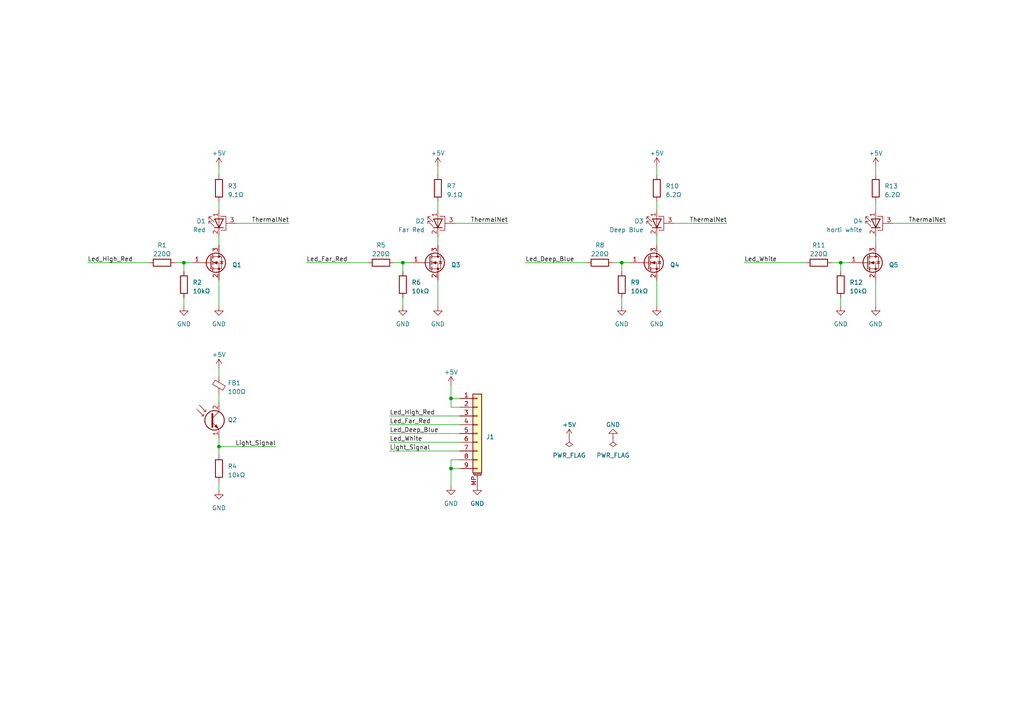
<source format=kicad_sch>
(kicad_sch (version 20230121) (generator eeschema)
  (paper "A4")
  (lib_symbols
    (symbol "1225(reversed)_9.1Ω_1" (pin_numbers hide) (pin_names (offset 0) hide)
      (property "Reference" "R" (at 1.905 1.27 0))
      (property "Value" "9.1Ω" (at 1.905 -0.635 0))
      (symbol "1225(reversed)_9.1Ω_1_0_1"
        (rectangle (start -1.016 -2.54) (end 1.016 2.54) (stroke (width 0.254)))
      )
      (symbol "1225(reversed)_9.1Ω_1_1_1"
        (pin passive line (at 0 3.81 270) (length 1.27) (name "~") (number "1"))
        (pin passive line (at 0 -3.81 90) (length 1.27) (name "~") (number "2"))
      )
    )
    (symbol "TrucPourPlantes:0402_10kΩ" (pin_numbers hide) (pin_names (offset 0) hide)
      (property "Reference" "R" (at 1.905 1.27 0))
      (property "Value" "10kΩ" (at 1.905 -0.635 0))
      (symbol "0402_10kΩ_0_1"
        (rectangle (start -1.016 -2.54) (end 1.016 2.54) (stroke (width 0.254)))
      )
      (symbol "0402_10kΩ_1_1"
        (pin passive line (at 0 3.81 270) (length 1.27) (name "~") (number "1"))
        (pin passive line (at 0 -3.81 90) (length 1.27) (name "~") (number "2"))
      )
    )
    (symbol "TrucPourPlantes:0402_220Ω" (pin_numbers hide) (pin_names (offset 0) hide)
      (property "Reference" "R" (at 1.905 1.27 0))
      (property "Value" "220Ω" (at 1.905 -0.635 0))
      (symbol "0402_220Ω_0_1"
        (rectangle (start -1.016 -2.54) (end 1.016 2.54) (stroke (width 0.254)))
      )
      (symbol "0402_220Ω_1_1"
        (pin passive line (at 0 3.81 270) (length 1.27) (name "~") (number "1"))
        (pin passive line (at 0 -3.81 90) (length 1.27) (name "~") (number "2"))
      )
    )
    (symbol "TrucPourPlantes:1225(reversed)_6.2Ω" (pin_numbers hide) (pin_names (offset 0) hide)
      (property "Reference" "R" (at 1.905 1.27 0))
      (property "Value" "6.2Ω" (at 1.905 -0.635 0))
      (symbol "1225(reversed)_6.2Ω_0_1"
        (rectangle (start -1.016 -2.54) (end 1.016 2.54) (stroke (width 0.254)))
      )
      (symbol "1225(reversed)_6.2Ω_1_1"
        (pin passive line (at 0 3.81 270) (length 1.27) (name "~") (number "1"))
        (pin passive line (at 0 -3.81 90) (length 1.27) (name "~") (number "2"))
      )
    )
    (symbol "TrucPourPlantes:1225(reversed)_9.1Ω" (pin_numbers hide) (pin_names (offset 0) hide)
      (property "Reference" "R" (at 1.905 1.27 0))
      (property "Value" "9.1Ω" (at 1.905 -0.635 0))
      (symbol "1225(reversed)_9.1Ω_0_1"
        (rectangle (start -1.016 -2.54) (end 1.016 2.54) (stroke (width 0.254)))
      )
      (symbol "1225(reversed)_9.1Ω_1_1"
        (pin passive line (at 0 3.81 270) (length 1.27) (name "~") (number "1"))
        (pin passive line (at 0 -3.81 90) (length 1.27) (name "~") (number "2"))
      )
    )
    (symbol "TrucPourPlantes:620109131822" (pin_names (offset 1.016) hide)
      (property "Reference" "J" (at 0 12.7 0))
      (symbol "620109131822_1_1"
        (rectangle (start -1.27 -10.033) (end 0 -10.287) (stroke (width 0.1524)))
        (rectangle (start -1.27 -7.493) (end 0 -7.747) (stroke (width 0.1524)))
        (rectangle (start -1.27 -4.953) (end 0 -5.207) (stroke (width 0.1524)))
        (rectangle (start -1.27 -2.413) (end 0 -2.667) (stroke (width 0.1524)))
        (rectangle (start -1.27 0.127) (end 0 -0.127) (stroke (width 0.1524)))
        (rectangle (start -1.27 2.667) (end 0 2.413) (stroke (width 0.1524)))
        (rectangle (start -1.27 5.207) (end 0 4.953) (stroke (width 0.1524)))
        (rectangle (start -1.27 7.747) (end 0 7.493) (stroke (width 0.1524)))
        (rectangle (start -1.27 10.287) (end 0 10.033) (stroke (width 0.1524)))
        (rectangle (start -1.27 11.43) (end 1.27 -11.43) (stroke (width 0.254)) (fill (type background)))
        (polyline (pts (xy -1.016 -12.192) (xy 1.016 -12.192)) (stroke (width 0.1524)))
        (text "Mounting" (at 0 -11.811 0) (effects (font (size 0.381 0.381))))
        (pin passive line (at -5.08 10.16 0) (length 3.81) (name "Pin_1") (number "1"))
        (pin passive line (at -5.08 7.62 0) (length 3.81) (name "Pin_2") (number "2"))
        (pin passive line (at -5.08 5.08 0) (length 3.81) (name "Pin_3") (number "3"))
        (pin passive line (at -5.08 2.54 0) (length 3.81) (name "Pin_4") (number "4"))
        (pin passive line (at -5.08 0 0) (length 3.81) (name "Pin_5") (number "5"))
        (pin passive line (at -5.08 -2.54 0) (length 3.81) (name "Pin_6") (number "6"))
        (pin passive line (at -5.08 -5.08 0) (length 3.81) (name "Pin_7") (number "7"))
        (pin passive line (at -5.08 -7.62 0) (length 3.81) (name "Pin_8") (number "8"))
        (pin passive line (at -5.08 -10.16 0) (length 3.81) (name "Pin_9") (number "9"))
        (pin passive line (at 0 -15.24 90) (length 3.048) (name "MountPin") (number "MP"))
      )
    )
    (symbol "TrucPourPlantes:BLM18KN101EH1D" (pin_numbers hide) (pin_names (offset 0))
      (property "Reference" "FB" (at 2.54 0.635 0))
      (property "Value" "100Ω" (at 2.54 -1.27 0))
      (symbol "BLM18KN101EH1D_0_1"
        (polyline (pts (xy 0 -1.27) (xy 0 -0.7874)))
        (polyline (pts (xy 0 0.889) (xy 0 1.2954)))
        (polyline (pts (xy -1.8288 0.2794) (xy -1.1176 1.4986) (xy 1.8288 -0.2032) (xy 1.1176 -1.4224) (xy -1.8288 0.2794)))
      )
      (symbol "BLM18KN101EH1D_1_1"
        (pin passive line (at 0 2.54 270) (length 1.27) (name "~") (number "1"))
        (pin passive line (at 0 -2.54 90) (length 1.27) (name "~") (number "2"))
      )
    )
    (symbol "TrucPourPlantes:DMG1012UW-7" (pin_names hide)
      (property "Reference" "Q" (at 5.08 1.905 0))
      (symbol "DMG1012UW-7_0_1"
        (polyline (pts (xy 0.254 0) (xy -2.54 0)))
        (polyline (pts (xy 0.254 1.905) (xy 0.254 -1.905)) (stroke (width 0.254)))
        (polyline (pts (xy 0.762 -1.27) (xy 0.762 -2.286)) (stroke (width 0.254)))
        (polyline (pts (xy 0.762 0.508) (xy 0.762 -0.508)) (stroke (width 0.254)))
        (polyline (pts (xy 0.762 2.286) (xy 0.762 1.27)) (stroke (width 0.254)))
        (polyline (pts (xy 2.54 2.54) (xy 2.54 1.778)))
        (polyline (pts (xy 2.54 -2.54) (xy 2.54 0) (xy 0.762 0)))
        (polyline (pts (xy 0.762 -1.778) (xy 3.302 -1.778) (xy 3.302 1.778) (xy 0.762 1.778)))
        (polyline (pts (xy 1.016 0) (xy 2.032 0.381) (xy 2.032 -0.381) (xy 1.016 0)) (fill (type outline)))
        (polyline (pts (xy 2.794 0.508) (xy 2.921 0.381) (xy 3.683 0.381) (xy 3.81 0.254)))
        (polyline (pts (xy 3.302 0.381) (xy 2.921 -0.254) (xy 3.683 -0.254) (xy 3.302 0.381)))
        (circle (center 1.651 0) (radius 2.794) (stroke (width 0.254)))
        (circle (center 2.54 -1.778) (radius 0.254) (fill (type outline)))
        (circle (center 2.54 1.778) (radius 0.254) (fill (type outline)))
      )
      (symbol "DMG1012UW-7_1_1"
        (pin input line (at -5.08 0 0) (length 2.54) (name "G") (number "1"))
        (pin passive line (at 2.54 -5.08 90) (length 2.54) (name "S") (number "2"))
        (pin passive line (at 2.54 5.08 270) (length 2.54) (name "D") (number "3"))
      )
    )
    (symbol "TrucPourPlantes:GD_CSSRML.14-U9V2-24-1" (pin_names (offset 0.002) hide)
      (property "Reference" "D" (at 0 6.985 0))
      (property "Value" "Deep Blue" (at 0 5.08 0))
      (symbol "GD_CSSRML.14-U9V2-24-1_0_1"
        (polyline (pts (xy -1.27 -1.27) (xy -1.27 1.27)) (stroke (width 0.254)))
        (polyline (pts (xy -1.27 0) (xy 1.27 0)))
        (polyline (pts (xy 0 -2.54) (xy 0 -2.032)))
        (polyline (pts (xy -2.032 -0.508) (xy -2.032 -2.032) (xy 2.032 -2.032) (xy 2.032 -0.508)))
        (polyline (pts (xy 1.27 -1.27) (xy 1.27 1.27) (xy -1.27 0) (xy 1.27 -1.27)) (stroke (width 0.254)))
        (polyline (pts (xy -0.889 1.397) (xy 0.635 2.921) (xy -0.127 2.921) (xy 0.635 2.921) (xy 0.635 2.159)))
        (polyline (pts (xy 0.381 1.397) (xy 1.905 2.921) (xy 1.143 2.921) (xy 1.905 2.921) (xy 1.905 2.159)))
      )
      (symbol "GD_CSSRML.14-U9V2-24-1_1_1"
        (pin passive line (at 3.81 0 180) (length 2.54) (name "A") (number "1"))
        (pin passive line (at -3.81 0 0) (length 2.54) (name "K") (number "2"))
        (pin passive line (at 0 -5.08 90) (length 2.54) (name "PAD") (number "3"))
      )
    )
    (symbol "TrucPourPlantes:GF_CSSRML.24" (pin_names (offset 0.002) hide)
      (property "Reference" "D" (at 0 6.985 0))
      (property "Value" "Far Red" (at 0 5.08 0))
      (symbol "GF_CSSRML.24_0_1"
        (polyline (pts (xy -1.27 -1.27) (xy -1.27 1.27)) (stroke (width 0.254)))
        (polyline (pts (xy -1.27 0) (xy 1.27 0)))
        (polyline (pts (xy 0 -2.54) (xy 0 -2.032)))
        (polyline (pts (xy -2.032 -0.508) (xy -2.032 -2.032) (xy 2.032 -2.032) (xy 2.032 -0.508)))
        (polyline (pts (xy 1.27 -1.27) (xy 1.27 1.27) (xy -1.27 0) (xy 1.27 -1.27)) (stroke (width 0.254)))
        (polyline (pts (xy -0.889 1.397) (xy 0.635 2.921) (xy -0.127 2.921) (xy 0.635 2.921) (xy 0.635 2.159)))
        (polyline (pts (xy 0.381 1.397) (xy 1.905 2.921) (xy 1.143 2.921) (xy 1.905 2.921) (xy 1.905 2.159)))
      )
      (symbol "GF_CSSRML.24_1_1"
        (pin passive line (at 3.81 0 180) (length 2.54) (name "A") (number "1"))
        (pin passive line (at -3.81 0 0) (length 2.54) (name "K") (number "2"))
        (pin passive line (at 0 -5.08 90) (length 2.54) (name "PAD") (number "3"))
      )
    )
    (symbol "TrucPourPlantes:GH_CSSRML.24" (pin_names (offset 0.002) hide)
      (property "Reference" "D" (at 0 6.985 0))
      (property "Value" "Red" (at 0 5.08 0))
      (symbol "GH_CSSRML.24_0_1"
        (polyline (pts (xy -1.27 -1.27) (xy -1.27 1.27)) (stroke (width 0.254)))
        (polyline (pts (xy -1.27 0) (xy 1.27 0)))
        (polyline (pts (xy 0 -2.54) (xy 0 -2.032)))
        (polyline (pts (xy -2.032 -0.508) (xy -2.032 -2.032) (xy 2.032 -2.032) (xy 2.032 -0.508)))
        (polyline (pts (xy 1.27 -1.27) (xy 1.27 1.27) (xy -1.27 0) (xy 1.27 -1.27)) (stroke (width 0.254)))
        (polyline (pts (xy -0.889 1.397) (xy 0.635 2.921) (xy -0.127 2.921) (xy 0.635 2.921) (xy 0.635 2.159)))
        (polyline (pts (xy 0.381 1.397) (xy 1.905 2.921) (xy 1.143 2.921) (xy 1.905 2.921) (xy 1.905 2.159)))
      )
      (symbol "GH_CSSRML.24_1_1"
        (pin passive line (at 3.81 0 180) (length 2.54) (name "A") (number "1"))
        (pin passive line (at -3.81 0 0) (length 2.54) (name "K") (number "2"))
        (pin passive line (at 0 -5.08 90) (length 2.54) (name "PAD") (number "3"))
      )
    )
    (symbol "TrucPourPlantes:GW_CSSRML.HW" (pin_names (offset 0.002) hide)
      (property "Reference" "D" (at 0 6.985 0))
      (property "Value" "horti white" (at 0 5.08 0))
      (symbol "GW_CSSRML.HW_0_1"
        (polyline (pts (xy -1.27 -1.27) (xy -1.27 1.27)) (stroke (width 0.254)))
        (polyline (pts (xy -1.27 0) (xy 1.27 0)))
        (polyline (pts (xy 0 -2.54) (xy 0 -2.032)))
        (polyline (pts (xy -2.032 -0.508) (xy -2.032 -2.032) (xy 2.032 -2.032) (xy 2.032 -0.508)))
        (polyline (pts (xy 1.27 -1.27) (xy 1.27 1.27) (xy -1.27 0) (xy 1.27 -1.27)) (stroke (width 0.254)))
        (polyline (pts (xy -0.889 1.397) (xy 0.635 2.921) (xy -0.127 2.921) (xy 0.635 2.921) (xy 0.635 2.159)))
        (polyline (pts (xy 0.381 1.397) (xy 1.905 2.921) (xy 1.143 2.921) (xy 1.905 2.921) (xy 1.905 2.159)))
      )
      (symbol "GW_CSSRML.HW_1_1"
        (pin passive line (at 3.81 0 180) (length 2.54) (name "A") (number "1"))
        (pin passive line (at -3.81 0 0) (length 2.54) (name "K") (number "2"))
        (pin passive line (at 0 -5.08 90) (length 2.54) (name "PAD") (number "3"))
      )
    )
    (symbol "TrucPourPlantes:TEMT-6000" (pin_names hide)
      (property "Reference" "Q" (at 2.54 1.905 0))
      (symbol "TEMT-6000_0_1"
        (circle (center -1.27 0) (radius 2.8194) (stroke (width 0.254)))
        (polyline (pts (xy -4.445 1.27) (xy -5.08 1.27)))
        (polyline (pts (xy -3.81 2.54) (xy -4.445 2.54)))
        (polyline (pts (xy -1.905 0.635) (xy 0 2.54)))
        (polyline (pts (xy -6.35 3.175) (xy -4.445 1.27) (xy -4.445 1.905)))
        (polyline (pts (xy -5.715 4.445) (xy -3.81 2.54) (xy -3.81 3.175)))
        (polyline (pts (xy -1.905 -0.635) (xy 0 -2.54) (xy 0 -2.54)))
        (polyline (pts (xy -1.905 1.905) (xy -1.905 -1.905) (xy -1.905 -1.905)) (stroke (width 0.508)))
        (polyline (pts (xy -1.27 -1.778) (xy -0.762 -1.27) (xy -0.254 -2.286) (xy -1.27 -1.778) (xy -1.27 -1.778)) (fill (type outline)))
      )
      (symbol "TEMT-6000_1_1"
        (pin passive line (at 0 -5.08 90) (length 2.54) (name "E") (number "1"))
        (pin passive line (at 0 5.08 270) (length 2.54) (name "C") (number "2"))
      )
    )
    (symbol "power:+5V" (power) (pin_names (offset 0))
      (property "Value" "+5V" (at 0 3.556 0))
      (symbol "+5V_0_1"
        (polyline (pts (xy -0.762 1.27) (xy 0 2.54)))
        (polyline (pts (xy 0 0) (xy 0 2.54)))
        (polyline (pts (xy 0 2.54) (xy 0.762 1.27)))
      )
      (symbol "+5V_1_1"
        (pin power_in line (at 0 0 90) (length 0) hide (name "+5V") (number "1"))
      )
    )
    (symbol "power:GND" (power) (pin_names (offset 0))
      (property "Value" "GND" (at 0 -3.81 0))
      (symbol "GND_0_1"
        (polyline (pts (xy 0 0) (xy 0 -1.27) (xy 1.27 -1.27) (xy 0 -2.54) (xy -1.27 -1.27) (xy 0 -1.27)))
      )
      (symbol "GND_1_1"
        (pin power_in line (at 0 0 270) (length 0) hide (name "GND") (number "1"))
      )
    )
    (symbol "power:PWR_FLAG" (power) (pin_numbers hide) (pin_names (offset 0) hide)
      (property "Value" "PWR_FLAG" (at 0 3.81 0))
      (symbol "PWR_FLAG_0_0"
        (pin power_out line (at 0 0 90) (length 0) (name "pwr") (number "1"))
      )
      (symbol "PWR_FLAG_0_1"
        (polyline (pts (xy 0 0) (xy 0 1.27) (xy -1.016 1.905) (xy 0 2.54) (xy 1.016 1.905) (xy 0 1.27)))
      )
    )
  )
  (junction (at 53.34 76.2))
  (junction (at 130.81 135.89))
  (junction (at 180.34 76.2))
  (junction (at 243.84 76.2))
  (junction (at 63.5 129.54))
  (junction (at 130.81 115.57))
  (junction (at 116.84 76.2))
  (wire (pts (xy 53.34 76.2) (xy 53.34 78.74)))
  (wire (pts (xy 243.84 86.36) (xy 243.84 88.9)))
  (wire (pts (xy 63.5 81.28) (xy 63.5 88.9)))
  (wire (pts (xy 243.84 76.2) (xy 246.38 76.2)))
  (wire (pts (xy 63.5 58.42) (xy 63.5 60.96)))
  (wire (pts (xy 259.08 64.77) (xy 274.32 64.77)))
  (wire (pts (xy 254 68.58) (xy 254 71.12)))
  (wire (pts (xy 63.5 139.7) (xy 63.5 142.24)))
  (wire (pts (xy 190.5 68.58) (xy 190.5 71.12)))
  (wire (pts (xy 127 48.26) (xy 127 50.8)))
  (wire (pts (xy 190.5 58.42) (xy 190.5 60.96)))
  (wire (pts (xy 190.5 48.26) (xy 190.5 50.8)))
  (wire (pts (xy 133.35 133.35) (xy 130.81 133.35)))
  (wire (pts (xy 88.9 76.2) (xy 106.68 76.2)))
  (wire (pts (xy 152.4 76.2) (xy 170.18 76.2)))
  (wire (pts (xy 53.34 76.2) (xy 55.88 76.2)))
  (wire (pts (xy 254 48.26) (xy 254 50.8)))
  (wire (pts (xy 180.34 86.36) (xy 180.34 88.9)))
  (wire (pts (xy 63.5 129.54) (xy 63.5 132.08)))
  (wire (pts (xy 130.81 135.89) (xy 133.35 135.89)))
  (wire (pts (xy 130.81 133.35) (xy 130.81 135.89)))
  (wire (pts (xy 190.5 81.28) (xy 190.5 88.9)))
  (wire (pts (xy 25.4 76.2) (xy 43.18 76.2)))
  (wire (pts (xy 113.03 125.73) (xy 133.35 125.73)))
  (wire (pts (xy 63.5 48.26) (xy 63.5 50.8)))
  (wire (pts (xy 68.58 64.77) (xy 83.82 64.77)))
  (wire (pts (xy 180.34 76.2) (xy 180.34 78.74)))
  (wire (pts (xy 195.58 64.77) (xy 210.82 64.77)))
  (wire (pts (xy 113.03 123.19) (xy 133.35 123.19)))
  (wire (pts (xy 130.81 111.76) (xy 130.81 115.57)))
  (wire (pts (xy 63.5 106.68) (xy 63.5 109.22)))
  (wire (pts (xy 254 58.42) (xy 254 60.96)))
  (wire (pts (xy 130.81 115.57) (xy 130.81 118.11)))
  (wire (pts (xy 114.3 76.2) (xy 116.84 76.2)))
  (wire (pts (xy 116.84 86.36) (xy 116.84 88.9)))
  (wire (pts (xy 53.34 86.36) (xy 53.34 88.9)))
  (wire (pts (xy 127 68.58) (xy 127 71.12)))
  (wire (pts (xy 116.84 76.2) (xy 119.38 76.2)))
  (wire (pts (xy 130.81 135.89) (xy 130.81 140.97)))
  (wire (pts (xy 130.81 118.11) (xy 133.35 118.11)))
  (wire (pts (xy 63.5 68.58) (xy 63.5 71.12)))
  (wire (pts (xy 132.08 64.77) (xy 147.32 64.77)))
  (wire (pts (xy 243.84 76.2) (xy 243.84 78.74)))
  (wire (pts (xy 177.8 76.2) (xy 180.34 76.2)))
  (wire (pts (xy 127 58.42) (xy 127 60.96)))
  (wire (pts (xy 130.81 115.57) (xy 133.35 115.57)))
  (wire (pts (xy 116.84 76.2) (xy 116.84 78.74)))
  (wire (pts (xy 63.5 129.54) (xy 80.01 129.54)))
  (wire (pts (xy 254 81.28) (xy 254 88.9)))
  (wire (pts (xy 215.9 76.2) (xy 233.68 76.2)))
  (wire (pts (xy 50.8 76.2) (xy 53.34 76.2)))
  (wire (pts (xy 63.5 114.3) (xy 63.5 116.84)))
  (wire (pts (xy 63.5 127) (xy 63.5 129.54)))
  (wire (pts (xy 113.03 120.65) (xy 133.35 120.65)))
  (wire (pts (xy 127 81.28) (xy 127 88.9)))
  (wire (pts (xy 113.03 128.27) (xy 133.35 128.27)))
  (wire (pts (xy 241.3 76.2) (xy 243.84 76.2)))
  (wire (pts (xy 180.34 76.2) (xy 182.88 76.2)))
  (wire (pts (xy 113.03 130.81) (xy 133.35 130.81)))
  (label "Led_Far_Red" (at 88.9 76.2 0))
  (label "Led_White" (at 215.9 76.2 0))
  (label "Led_High_Red" (at 113.03 120.65 0))
  (label "ThermalNet" (at 210.82 64.77 180))
  (label "ThermalNet" (at 83.82 64.77 180))
  (label "ThermalNet" (at 274.32 64.77 180))
  (label "Led_Deep_Blue" (at 113.03 125.73 0))
  (label "ThermalNet" (at 147.32 64.77 180))
  (label "Led_Far_Red" (at 113.03 123.19 0))
  (label "Led_White" (at 113.03 128.27 0))
  (label "Light_Signal" (at 113.03 130.81 0))
  (label "Light_Signal" (at 80.01 129.54 180))
  (label "Led_Deep_Blue" (at 152.4 76.2 0))
  (label "Led_High_Red" (at 25.4 76.2 0))
  (symbol (lib_id "power:+5V") (at 165.1 127 0) (unit 1)
    (property "Reference" "#PWR012" (effects hide))
    (property "Value" "+5V" (at 165.1 123.19 0))
  )
  (symbol (lib_id "power:GND") (at 53.34 88.9 0) (unit 1)
    (property "Reference" "#PWR01" (effects hide))
    (property "Value" "GND" (at 53.34 93.98 0))
  )
  (symbol (lib_id "TrucPourPlantes:DMG1012UW-7") (at 251.46 76.2 0) (unit 1)
    (property "Reference" "Q5" (at 257.81 76.835 0) (effects (justify left)))
    (property "Footprint" "Package_TO_SOT_SMD:SOT-323_SC-70" (effects hide))
    (property "Mfr." "Diodes Incorporated" (effects hide))
    (property "Mfr. No" "DMG1012UW-7" (effects hide))
  )
  (symbol (lib_id "TrucPourPlantes:0402_10kΩ") (at 63.5 135.89 0) (unit 1)
    (property "Reference" "R4" (at 66.04 135.255 0) (effects (justify left)))
    (property "Value" "10kΩ" (at 66.04 137.795 0) (effects (justify left)))
    (property "Footprint" "Resistor_SMD:R_0402_1005Metric" (effects hide))
    (property "Mfr." "YAGEO" (effects hide))
    (property "Mfr. No" "RC0402FR-0710KL" (effects hide))
  )
  (symbol (lib_id "TrucPourPlantes:GH_CSSRML.24") (at 63.5 64.77 90) (unit 1)
    (property "Reference" "D1" (at 59.69 64.135 90) (effects (justify left)))
    (property "Value" "Red" (at 59.69 66.675 90) (effects (justify left)))
    (property "Footprint" "TrucPourPlantes:LED_Osram_GH_CSSRML.24" (effects hide))
    (property "Mfr." "OSRAM" (effects hide))
    (property "Mfr. No" "GH CSSRML.24" (effects hide))
  )
  (symbol (lib_id "TrucPourPlantes:1225(reversed)_9.1Ω") (at 127 54.61 0) (unit 1)
    (property "Reference" "R7" (at 129.54 53.975 0) (effects (justify left)))
    (property "Value" "9.1Ω" (at 129.54 56.515 0) (effects (justify left)))
    (property "Footprint" "TrucPourPlantes:R_1225(reversed)" (effects hide))
    (property "Mfr." "VISHEY" (effects hide))
    (property "Mfr. No" "RCL12259R10JNEG" (effects hide))
  )
  (symbol (lib_id "power:GND") (at 177.8 127 180) (unit 1)
    (property "Reference" "#PWR013" (effects hide))
    (property "Value" "GND" (at 177.8 123.19 0))
  )
  (symbol (lib_id "power:+5V") (at 127 48.26 0) (unit 1)
    (property "Reference" "#PWR07" (effects hide))
    (property "Value" "+5V" (at 127 44.45 0))
  )
  (symbol (lib_id "power:+5V") (at 130.81 111.76 0) (unit 1)
    (property "Reference" "#PWR09" (effects hide))
    (property "Value" "+5V" (at 130.81 107.95 0))
  )
  (symbol (lib_id "TrucPourPlantes:BLM18KN101EH1D") (at 63.5 111.76 0) (unit 1)
    (property "Reference" "FB1" (at 66.04 111.0869 0) (effects (justify left)))
    (property "Value" "100Ω" (at 66.04 113.6269 0) (effects (justify left)))
    (property "Footprint" "Inductor_SMD:L_0603_1608Metric" (effects hide))
    (property "Mfr." "Murata" (effects hide))
    (property "Mfr. No" "BLM18KN101EH1D " (effects hide))
  )
  (symbol (lib_id "power:+5V") (at 63.5 106.68 0) (unit 1)
    (property "Reference" "#PWR04" (effects hide))
    (property "Value" "+5V" (at 63.5 102.87 0))
  )
  (symbol (lib_id "TrucPourPlantes:0402_220Ω") (at 173.99 76.2 90) (unit 1)
    (property "Reference" "R8" (at 173.99 71.12 90))
    (property "Value" "220Ω" (at 173.99 73.66 90))
    (property "Footprint" "Resistor_SMD:R_0402_1005Metric" (effects hide))
    (property "Mfr." "YAGEO" (effects hide))
    (property "Mfr. No" "RC0402FR-13220RL" (effects hide))
  )
  (symbol (lib_id "power:GND") (at 127 88.9 0) (unit 1)
    (property "Reference" "#PWR08" (effects hide))
    (property "Value" "GND" (at 127 93.98 0))
  )
  (symbol (lib_id "TrucPourPlantes:1225(reversed)_6.2Ω") (at 190.5 54.61 0) (unit 1)
    (property "Reference" "R10" (at 193.04 53.975 0) (effects (justify left)))
    (property "Value" "6.2Ω" (at 193.04 56.515 0) (effects (justify left)))
    (property "Footprint" "TrucPourPlantes:R_1225(reversed)" (effects hide))
    (property "Mfr." "VISHEY" (effects hide))
    (property "Mfr. No" "RCL12256R20FKEG" (effects hide))
  )
  (symbol (lib_id "TrucPourPlantes:DMG1012UW-7") (at 124.46 76.2 0) (unit 1)
    (property "Reference" "Q3" (at 130.81 76.835 0) (effects (justify left)))
    (property "Footprint" "Package_TO_SOT_SMD:SOT-323_SC-70" (effects hide))
    (property "Mfr." "Diodes Incorporated" (effects hide))
    (property "Mfr. No" "DMG1012UW-7" (effects hide))
  )
  (symbol (lib_id "TrucPourPlantes:0402_220Ω") (at 46.99 76.2 90) (unit 1)
    (property "Reference" "R1" (at 46.99 71.12 90))
    (property "Value" "220Ω" (at 46.99 73.66 90))
    (property "Footprint" "Resistor_SMD:R_0402_1005Metric" (effects hide))
    (property "Mfr." "YAGEO" (effects hide))
    (property "Mfr. No" "RC0402FR-13220RL" (effects hide))
  )
  (symbol (lib_id "power:+5V") (at 190.5 48.26 0) (unit 1)
    (property "Reference" "#PWR015" (effects hide))
    (property "Value" "+5V" (at 190.5 44.45 0))
  )
  (symbol (lib_id "TrucPourPlantes:620109131822") (at 138.43 125.73 0) (unit 1)
    (property "Reference" "J1" (at 140.97 126.7206 0) (effects (justify left)))
    (property "Footprint" "TrucPourPlantes:Würth_WR-WTB_620109131822_1x09_P2.00mm_Horizontal" (effects hide))
    (property "Mfr." "Würth" (effects hide))
    (property "Mfr. No" "620109131822" (effects hide))
  )
  (symbol (lib_id "TrucPourPlantes:GW_CSSRML.HW") (at 254 64.77 90) (unit 1)
    (property "Reference" "D4" (at 250.19 64.135 90) (effects (justify left)))
    (property "Value" "horti white" (at 250.19 66.675 90) (effects (justify left)))
    (property "Footprint" "TrucPourPlantes:LED_Osram_GW_CSSRML.HW" (effects hide))
    (property "Mfr." "OSRAM" (effects hide))
    (property "Mfr. No" "GW CSSRML.HW-AAAH-H1H2-1-" (effects hide))
  )
  (symbol (lib_id "power:GND") (at 63.5 142.24 0) (unit 1)
    (property "Reference" "#PWR05" (effects hide))
    (property "Value" "GND" (at 63.5 147.32 0))
  )
  (symbol (lib_id "power:+5V") (at 63.5 48.26 0) (unit 1)
    (property "Reference" "#PWR02" (effects hide))
    (property "Value" "+5V" (at 63.5 44.45 0))
  )
  (symbol (lib_id "TrucPourPlantes:GD_CSSRML.14-U9V2-24-1") (at 190.5 64.77 90) (unit 1)
    (property "Reference" "D3" (at 186.69 64.135 90) (effects (justify left)))
    (property "Value" "Deep Blue" (at 186.69 66.675 90) (effects (justify left)))
    (property "Footprint" "TrucPourPlantes:LED_Osram_GD_CSSRML.14-U9V2-24-1" (effects hide))
    (property "Mfr." "OSRAM" (effects hide))
    (property "Mfr. No" "GD CSSRML.14-U9V2-24-1" (effects hide))
  )
  (symbol (lib_id "power:GND") (at 180.34 88.9 0) (unit 1)
    (property "Reference" "#PWR014" (effects hide))
    (property "Value" "GND" (at 180.34 93.98 0))
  )
  (symbol (lib_id "power:PWR_FLAG") (at 177.8 127 180) (unit 1)
    (property "Reference" "#FLG02" (effects hide))
    (property "Value" "PWR_FLAG" (at 177.8 132.08 0))
  )
  (symbol (lib_id "power:GND") (at 63.5 88.9 0) (unit 1)
    (property "Reference" "#PWR03" (effects hide))
    (property "Value" "GND" (at 63.5 93.98 0))
  )
  (symbol (lib_id "power:GND") (at 116.84 88.9 0) (unit 1)
    (property "Reference" "#PWR06" (effects hide))
    (property "Value" "GND" (at 116.84 93.98 0))
  )
  (symbol (lib_id "power:GND") (at 254 88.9 0) (unit 1)
    (property "Reference" "#PWR019" (effects hide))
    (property "Value" "GND" (at 254 93.98 0))
  )
  (symbol (lib_id "power:GND") (at 130.81 140.97 0) (unit 1)
    (property "Reference" "#PWR010" (effects hide))
    (property "Value" "GND" (at 130.81 146.05 0))
  )
  (symbol (lib_id "TrucPourPlantes:TEMT-6000") (at 63.5 121.92 0) (unit 1)
    (property "Reference" "Q2" (at 66.04 121.8057 0) (effects (justify left)))
    (property "Footprint" "TrucPourPlantes:Sensor_Light_Vishay_TEMT6000" (effects hide))
    (property "Mfr." "Vishay" (effects hide))
    (property "Mfr. No" "TEMT6000X01 " (effects hide))
  )
  (symbol (lib_id "power:PWR_FLAG") (at 165.1 127 180) (unit 1)
    (property "Reference" "#FLG01" (effects hide))
    (property "Value" "PWR_FLAG" (at 165.1 132.08 0))
  )
  (symbol (lib_id "power:GND") (at 190.5 88.9 0) (unit 1)
    (property "Reference" "#PWR016" (effects hide))
    (property "Value" "GND" (at 190.5 93.98 0))
  )
  (symbol (lib_id "TrucPourPlantes:DMG1012UW-7") (at 187.96 76.2 0) (unit 1)
    (property "Reference" "Q4" (at 194.31 76.835 0) (effects (justify left)))
    (property "Footprint" "Package_TO_SOT_SMD:SOT-323_SC-70" (effects hide))
    (property "Mfr." "Diodes Incorporated" (effects hide))
    (property "Mfr. No" "DMG1012UW-7" (effects hide))
  )
  (symbol (lib_id "TrucPourPlantes:0402_10kΩ") (at 180.34 82.55 180) (unit 1)
    (property "Reference" "R9" (at 182.88 81.915 0) (effects (justify right)))
    (property "Value" "10kΩ" (at 182.88 84.455 0) (effects (justify right)))
    (property "Footprint" "Resistor_SMD:R_0402_1005Metric" (effects hide))
    (property "Mfr." "YAGEO" (effects hide))
    (property "Mfr. No" "RC0402FR-0710KL" (effects hide))
  )
  (symbol (lib_name "1225(reversed)_9.1Ω_1") (lib_id "TrucPourPlantes:1225(reversed)_9.1Ω") (at 63.5 54.61 0) (unit 1)
    (property "Reference" "R3" (at 66.04 53.975 0) (effects (justify left)))
    (property "Value" "9.1Ω" (at 66.04 56.515 0) (effects (justify left)))
    (property "Footprint" "TrucPourPlantes:R_1225(reversed)" (effects hide))
    (property "Mfr." "VISHEY" (effects hide))
    (property "Mfr. No" "RCL12259R10JNEG" (effects hide))
  )
  (symbol (lib_id "TrucPourPlantes:GF_CSSRML.24") (at 127 64.77 90) (unit 1)
    (property "Reference" "D2" (at 123.19 64.135 90) (effects (justify left)))
    (property "Value" "Far Red" (at 123.19 66.675 90) (effects (justify left)))
    (property "Footprint" "TrucPourPlantes:LED_Osram_GF_CSSRML.24" (effects hide))
    (property "Mfr." "OSRAM" (effects hide))
    (property "Mfr. No" "GF CSSRML.24" (effects hide))
  )
  (symbol (lib_id "TrucPourPlantes:DMG1012UW-7") (at 60.96 76.2 0) (unit 1)
    (property "Reference" "Q1" (at 67.31 76.835 0) (effects (justify left)))
    (property "Footprint" "Package_TO_SOT_SMD:SOT-323_SC-70" (effects hide))
    (property "Mfr." "Diodes Incorporated" (effects hide))
    (property "Mfr. No" "DMG1012UW-7" (effects hide))
  )
  (symbol (lib_id "TrucPourPlantes:0402_10kΩ") (at 243.84 82.55 180) (unit 1)
    (property "Reference" "R12" (at 246.38 81.915 0) (effects (justify right)))
    (property "Value" "10kΩ" (at 246.38 84.455 0) (effects (justify right)))
    (property "Footprint" "Resistor_SMD:R_0402_1005Metric" (effects hide))
    (property "Mfr." "YAGEO" (effects hide))
    (property "Mfr. No" "RC0402FR-0710KL" (effects hide))
  )
  (symbol (lib_id "TrucPourPlantes:0402_220Ω") (at 110.49 76.2 90) (unit 1)
    (property "Reference" "R5" (at 110.49 71.12 90))
    (property "Value" "220Ω" (at 110.49 73.66 90))
    (property "Footprint" "Resistor_SMD:R_0402_1005Metric" (effects hide))
    (property "Mfr." "YAGEO" (effects hide))
    (property "Mfr. No" "RC0402FR-13220RL" (effects hide))
  )
  (symbol (lib_id "TrucPourPlantes:1225(reversed)_6.2Ω") (at 254 54.61 0) (unit 1)
    (property "Reference" "R13" (at 256.54 53.975 0) (effects (justify left)))
    (property "Value" "6.2Ω" (at 256.54 56.515 0) (effects (justify left)))
    (property "Footprint" "TrucPourPlantes:R_1225(reversed)" (effects hide))
    (property "Mfr." "VISHEY" (effects hide))
    (property "Mfr. No" "RCL12256R20FKEG" (effects hide))
  )
  (symbol (lib_id "TrucPourPlantes:0402_10kΩ") (at 53.34 82.55 180) (unit 1)
    (property "Reference" "R2" (at 55.88 81.915 0) (effects (justify right)))
    (property "Value" "10kΩ" (at 55.88 84.455 0) (effects (justify right)))
    (property "Footprint" "Resistor_SMD:R_0402_1005Metric" (effects hide))
    (property "Mfr." "YAGEO" (effects hide))
    (property "Mfr. No" "RC0402FR-0710KL" (effects hide))
  )
  (symbol (lib_id "TrucPourPlantes:0402_10kΩ") (at 116.84 82.55 180) (unit 1)
    (property "Reference" "R6" (at 119.38 81.915 0) (effects (justify right)))
    (property "Value" "10kΩ" (at 119.38 84.455 0) (effects (justify right)))
    (property "Footprint" "Resistor_SMD:R_0402_1005Metric" (effects hide))
    (property "Mfr." "YAGEO" (effects hide))
    (property "Mfr. No" "RC0402FR-0710KL" (effects hide))
  )
  (symbol (lib_id "power:GND") (at 243.84 88.9 0) (unit 1)
    (property "Reference" "#PWR017" (effects hide))
    (property "Value" "GND" (at 243.84 93.98 0))
  )
  (symbol (lib_id "power:+5V") (at 254 48.26 0) (unit 1)
    (property "Reference" "#PWR018" (effects hide))
    (property "Value" "+5V" (at 254 44.45 0))
  )
  (symbol (lib_id "TrucPourPlantes:0402_220Ω") (at 237.49 76.2 90) (unit 1)
    (property "Reference" "R11" (at 237.49 71.12 90))
    (property "Value" "220Ω" (at 237.49 73.66 90))
    (property "Footprint" "Resistor_SMD:R_0402_1005Metric" (effects hide))
    (property "Mfr." "YAGEO" (effects hide))
    (property "Mfr. No" "RC0402FR-13220RL" (effects hide))
  )
  (symbol (lib_id "power:GND") (at 138.43 140.97 0) (unit 1)
    (property "Reference" "#PWR011" (effects hide))
    (property "Value" "GND" (at 138.43 146.05 0))
  )
)
</source>
